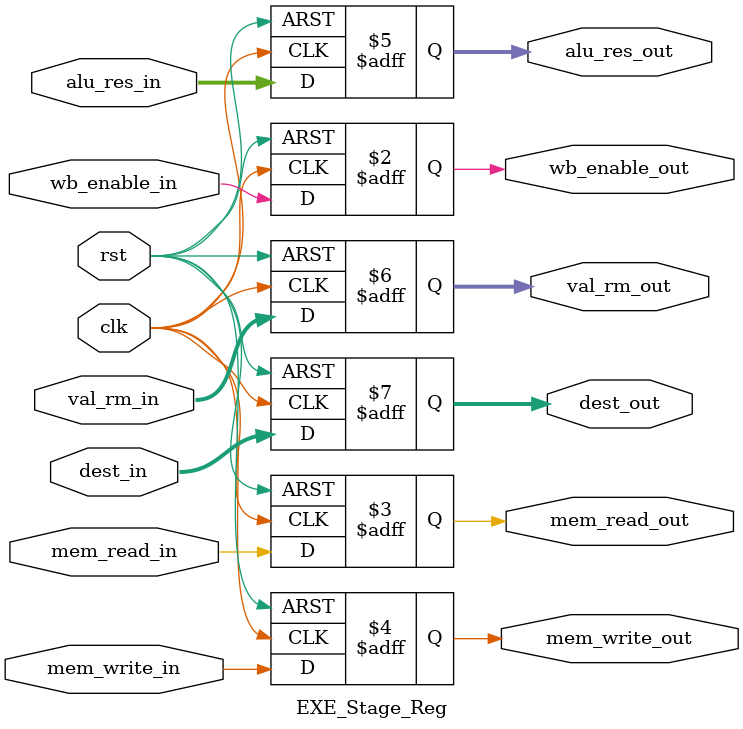
<source format=v>
module EXE_Stage_Reg(
	input clk, rst,
	input wb_enable_in, mem_read_in, mem_write_in,
	input [31:0] alu_res_in, val_rm_in,
	input [3:0] dest_in,
	
	output reg wb_enable_out, mem_read_out, mem_write_out,
	output reg [31:0] alu_res_out, val_rm_out,
	output reg [3:0] dest_out
);
	always @(posedge clk, posedge rst) 
        if (rst)
			begin
				{wb_enable_out, mem_read_out, mem_write_out} <= {3'b0};
				{alu_res_out, val_rm_out} <= {64'b0};
				dest_out <= 4'b0;
			end
        else
			begin
				{wb_enable_out, mem_read_out, mem_write_out} <= {wb_enable_in, mem_read_in, mem_write_in};
				{alu_res_out, val_rm_out} <= {alu_res_in, val_rm_in};
				dest_out <= dest_in;
			end
endmodule
</source>
